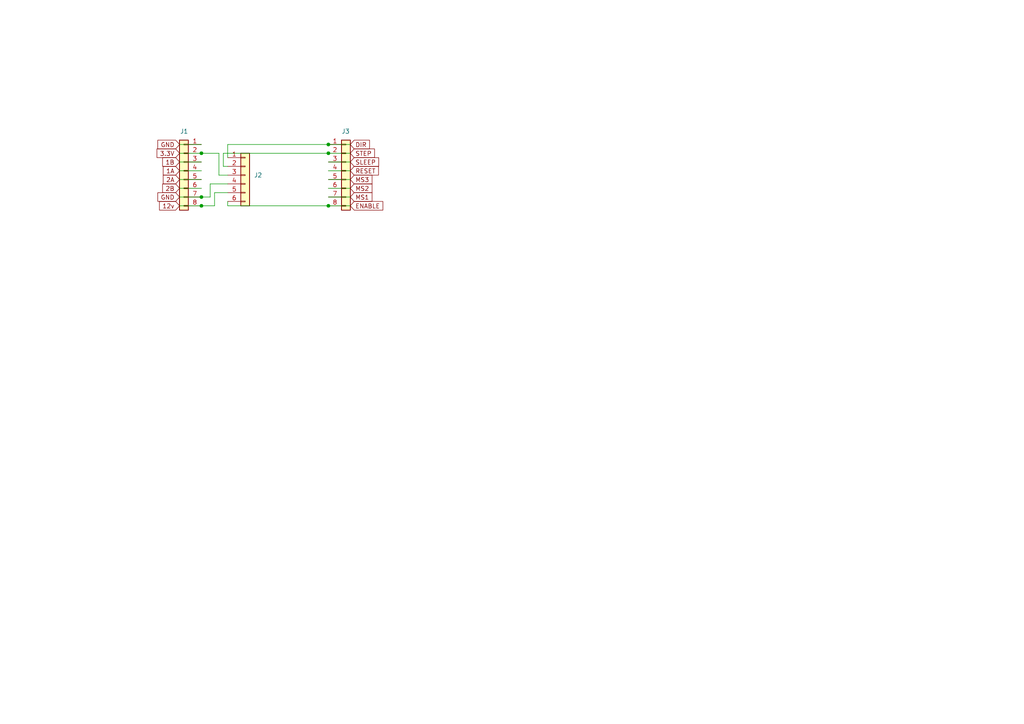
<source format=kicad_sch>
(kicad_sch (version 20211123) (generator eeschema)
  (paper "A4")
  (lib_symbols
    (symbol "Connector_Generic:Conn_01x06" (pin_names (offset 1.016) hide)
      (property "Reference" "J" (at 0 7.62 0))
      (property "Value" "Conn_01x06" (at 0 -10.16 0))
      (symbol "Conn_01x06_1_1"
        (rectangle (start -1.27 -7.493) (end 0 -7.747) (stroke (width 0.1524)))
        (rectangle (start -1.27 -4.953) (end 0 -5.207) (stroke (width 0.1524)))
        (rectangle (start -1.27 -2.413) (end 0 -2.667) (stroke (width 0.1524)))
        (rectangle (start -1.27 0.127) (end 0 -0.127) (stroke (width 0.1524)))
        (rectangle (start -1.27 2.667) (end 0 2.413) (stroke (width 0.1524)))
        (rectangle (start -1.27 5.207) (end 0 4.953) (stroke (width 0.1524)))
        (rectangle (start -1.27 6.35) (end 1.27 -8.89) (stroke (width 0.254)) (fill (type background)))
        (pin passive line (at -5.08 5.08 0) (length 3.81) (name "Pin_1") (number "1"))
        (pin passive line (at -5.08 2.54 0) (length 3.81) (name "Pin_2") (number "2"))
        (pin passive line (at -5.08 0 0) (length 3.81) (name "Pin_3") (number "3"))
        (pin passive line (at -5.08 -2.54 0) (length 3.81) (name "Pin_4") (number "4"))
        (pin passive line (at -5.08 -5.08 0) (length 3.81) (name "Pin_5") (number "5"))
        (pin passive line (at -5.08 -7.62 0) (length 3.81) (name "Pin_6") (number "6"))
      )
    )
    (symbol "Connector_Generic:Conn_01x08" (pin_names (offset 1.016) hide)
      (property "Reference" "J" (at 0 10.16 0))
      (property "Value" "Conn_01x08" (at 0 -12.7 0))
      (symbol "Conn_01x08_1_1"
        (rectangle (start -1.27 -10.033) (end 0 -10.287) (stroke (width 0.1524)))
        (rectangle (start -1.27 -7.493) (end 0 -7.747) (stroke (width 0.1524)))
        (rectangle (start -1.27 -4.953) (end 0 -5.207) (stroke (width 0.1524)))
        (rectangle (start -1.27 -2.413) (end 0 -2.667) (stroke (width 0.1524)))
        (rectangle (start -1.27 0.127) (end 0 -0.127) (stroke (width 0.1524)))
        (rectangle (start -1.27 2.667) (end 0 2.413) (stroke (width 0.1524)))
        (rectangle (start -1.27 5.207) (end 0 4.953) (stroke (width 0.1524)))
        (rectangle (start -1.27 7.747) (end 0 7.493) (stroke (width 0.1524)))
        (rectangle (start -1.27 8.89) (end 1.27 -11.43) (stroke (width 0.254)) (fill (type background)))
        (pin passive line (at -5.08 7.62 0) (length 3.81) (name "Pin_1") (number "1"))
        (pin passive line (at -5.08 5.08 0) (length 3.81) (name "Pin_2") (number "2"))
        (pin passive line (at -5.08 2.54 0) (length 3.81) (name "Pin_3") (number "3"))
        (pin passive line (at -5.08 0 0) (length 3.81) (name "Pin_4") (number "4"))
        (pin passive line (at -5.08 -2.54 0) (length 3.81) (name "Pin_5") (number "5"))
        (pin passive line (at -5.08 -5.08 0) (length 3.81) (name "Pin_6") (number "6"))
        (pin passive line (at -5.08 -7.62 0) (length 3.81) (name "Pin_7") (number "7"))
        (pin passive line (at -5.08 -10.16 0) (length 3.81) (name "Pin_8") (number "8"))
      )
    )
  )
  (junction (at 95.25 44.45))
  (junction (at 58.42 57.15))
  (junction (at 95.25 59.69))
  (junction (at 58.42 59.69))
  (junction (at 58.42 44.45))
  (junction (at 95.25 41.91))
  (wire (pts (xy 52.07 44.45) (xy 58.42 44.45)))
  (wire (pts (xy 52.07 46.99) (xy 58.42 46.99)))
  (wire (pts (xy 62.23 55.88) (xy 62.23 59.69)))
  (wire (pts (xy 95.25 52.07) (xy 101.6 52.07)))
  (wire (pts (xy 66.04 50.8) (xy 63.5 50.8)))
  (wire (pts (xy 52.07 59.69) (xy 58.42 59.69)))
  (wire (pts (xy 95.25 44.45) (xy 101.6 44.45)))
  (wire (pts (xy 66.04 59.69) (xy 95.25 59.69)))
  (wire (pts (xy 63.5 44.45) (xy 58.42 44.45)))
  (wire (pts (xy 52.07 49.53) (xy 58.42 49.53)))
  (wire (pts (xy 58.42 59.69) (xy 62.23 59.69)))
  (wire (pts (xy 95.25 57.15) (xy 101.6 57.15)))
  (wire (pts (xy 52.07 57.15) (xy 58.42 57.15)))
  (wire (pts (xy 63.5 50.8) (xy 63.5 44.45)))
  (wire (pts (xy 95.25 46.99) (xy 101.6 46.99)))
  (wire (pts (xy 60.96 53.34) (xy 60.96 57.15)))
  (wire (pts (xy 95.25 49.53) (xy 101.6 49.53)))
  (wire (pts (xy 66.04 41.91) (xy 95.25 41.91)))
  (wire (pts (xy 95.25 59.69) (xy 101.6 59.69)))
  (wire (pts (xy 64.77 48.26) (xy 64.77 44.45)))
  (wire (pts (xy 66.04 48.26) (xy 64.77 48.26)))
  (wire (pts (xy 66.04 58.42) (xy 66.04 59.69)))
  (wire (pts (xy 58.42 57.15) (xy 60.96 57.15)))
  (wire (pts (xy 52.07 54.61) (xy 58.42 54.61)))
  (wire (pts (xy 66.04 55.88) (xy 62.23 55.88)))
  (wire (pts (xy 52.07 52.07) (xy 58.42 52.07)))
  (wire (pts (xy 66.04 53.34) (xy 60.96 53.34)))
  (wire (pts (xy 66.04 45.72) (xy 66.04 41.91)))
  (wire (pts (xy 95.25 41.91) (xy 101.6 41.91)))
  (wire (pts (xy 95.25 54.61) (xy 101.6 54.61)))
  (wire (pts (xy 64.77 44.45) (xy 95.25 44.45)))
  (wire (pts (xy 52.07 41.91) (xy 58.42 41.91)))
  (global_label "DIR" (shape input) (at 101.6 41.91 0) (property "Intersheet References" "${INTERSHEET_REFS}" (effects hide)))
  (global_label "1B" (shape input) (at 52.07 46.99 180) (property "Intersheet References" "${INTERSHEET_REFS}" (effects hide)))
  (global_label "ENABLE" (shape input) (at 101.6 59.69 0) (property "Intersheet References" "${INTERSHEET_REFS}" (effects hide)))
  (global_label "GND" (shape input) (at 52.07 57.15 180) (property "Intersheet References" "${INTERSHEET_REFS}" (effects hide)))
  (global_label "MS2" (shape input) (at 101.6 54.61 0) (property "Intersheet References" "${INTERSHEET_REFS}" (effects hide)))
  (global_label "2B" (shape input) (at 52.07 54.61 180) (property "Intersheet References" "${INTERSHEET_REFS}" (effects hide)))
  (global_label "RESET" (shape input) (at 101.6 49.53 0) (property "Intersheet References" "${INTERSHEET_REFS}" (effects hide)))
  (global_label "12v" (shape input) (at 52.07 59.69 180) (property "Intersheet References" "${INTERSHEET_REFS}" (effects hide)))
  (global_label "2A" (shape input) (at 52.07 52.07 180) (property "Intersheet References" "${INTERSHEET_REFS}" (effects hide)))
  (global_label "MS1" (shape input) (at 101.6 57.15 0) (property "Intersheet References" "${INTERSHEET_REFS}" (effects hide)))
  (global_label "SLEEP" (shape input) (at 101.6 46.99 0) (property "Intersheet References" "${INTERSHEET_REFS}" (effects hide)))
  (global_label "MS3" (shape input) (at 101.6 52.07 0) (property "Intersheet References" "${INTERSHEET_REFS}" (effects hide)))
  (global_label "STEP" (shape input) (at 101.6 44.45 0) (property "Intersheet References" "${INTERSHEET_REFS}" (effects hide)))
  (global_label "GND" (shape input) (at 52.07 41.91 180) (property "Intersheet References" "${INTERSHEET_REFS}" (effects hide)))
  (global_label "1A" (shape input) (at 52.07 49.53 180) (property "Intersheet References" "${INTERSHEET_REFS}" (effects hide)))
  (global_label "3.3V" (shape input) (at 52.07 44.45 180) (property "Intersheet References" "${INTERSHEET_REFS}" (effects hide)))
  (symbol (lib_id "Connector_Generic:Conn_01x06") (at 71.12 50.8 0) (unit 1)
    (property "Reference" "J2" (at 73.66 50.7999 0) (effects (justify left)))
    (property "Value" "Conn_01x06" (effects hide))
    (property "Footprint" "Connector_PinSocket_2.54mm:PinSocket_1x06_P2.54mm_Vertical" (effects hide))
  )
  (symbol (lib_id "Connector_Generic:Conn_01x08") (at 100.33 49.53 0) (unit 1)
    (property "Reference" "J3" (at 99.06 38.1 0) (effects (justify left)))
    (property "Value" "Conn_01x08" (effects hide))
    (property "Footprint" "Connector_PinHeader_2.54mm:PinHeader_1x08_P2.54mm_Vertical" (effects hide))
  )
  (symbol (lib_id "Connector_Generic:Conn_01x08") (at 53.34 49.53 0) (mirror y) (unit 1)
    (property "Reference" "J1" (at 54.61 38.1 0) (effects (justify left)))
    (property "Value" "Conn_01x08" (effects hide))
    (property "Footprint" "Connector_PinHeader_2.54mm:PinHeader_1x08_P2.54mm_Vertical" (effects hide))
  )
)
</source>
